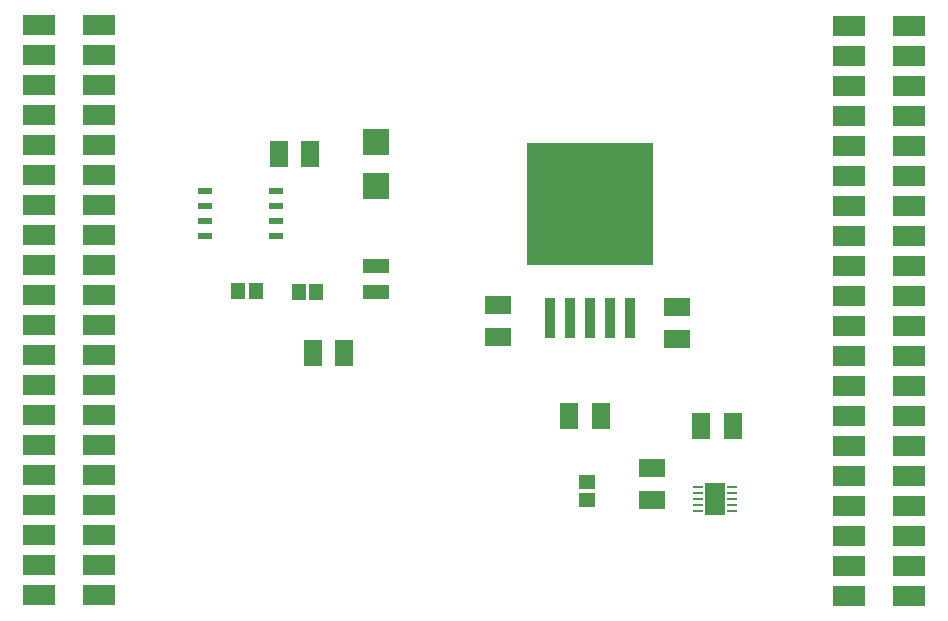
<source format=gbp>
G04*
G04 #@! TF.GenerationSoftware,Altium Limited,Altium Designer,22.2.1 (43)*
G04*
G04 Layer_Color=128*
%FSLAX25Y25*%
%MOIN*%
G70*
G04*
G04 #@! TF.SameCoordinates,2BD9F523-0FC0-4ADC-A514-1134C6E00D61*
G04*
G04*
G04 #@! TF.FilePolarity,Positive*
G04*
G01*
G75*
%ADD21R,0.08701X0.08584*%
%ADD24R,0.04600X0.02200*%
%ADD27R,0.03800X0.13800*%
%ADD28R,0.42200X0.40800*%
%ADD30R,0.08700X0.04700*%
%ADD31R,0.03200X0.01000*%
%ADD32R,0.06900X0.10630*%
%ADD33R,0.04756X0.05543*%
%ADD34R,0.11016X0.07000*%
%ADD35R,0.06331X0.08693*%
%ADD36R,0.05543X0.04756*%
%ADD37R,0.08693X0.06331*%
G36*
X254244Y-240456D02*
X260356D01*
Y-244983D01*
X254244D01*
Y-240456D01*
D02*
G37*
G36*
Y-235141D02*
X260356D01*
Y-239668D01*
X254244D01*
Y-235141D01*
D02*
G37*
D21*
X144400Y-135600D02*
D03*
Y-120976D02*
D03*
D24*
X111100Y-137300D02*
D03*
Y-142300D02*
D03*
Y-147300D02*
D03*
Y-152300D02*
D03*
X87300D02*
D03*
Y-147300D02*
D03*
Y-142300D02*
D03*
Y-137300D02*
D03*
D27*
X229086Y-179600D02*
D03*
X222393D02*
D03*
X215700D02*
D03*
X209007D02*
D03*
X202314D02*
D03*
D28*
X215700Y-141600D02*
D03*
D30*
X144400Y-162300D02*
D03*
Y-171000D02*
D03*
D31*
X263100Y-236124D02*
D03*
Y-238093D02*
D03*
Y-240062D02*
D03*
Y-242031D02*
D03*
Y-244000D02*
D03*
X251500D02*
D03*
Y-242031D02*
D03*
Y-240062D02*
D03*
Y-238093D02*
D03*
Y-236124D02*
D03*
D32*
X257300Y-240062D02*
D03*
D33*
X124400Y-171000D02*
D03*
X118494D02*
D03*
X104153Y-170600D02*
D03*
X98247D02*
D03*
D34*
X51882Y-272100D02*
D03*
X32000D02*
D03*
X51882Y-262100D02*
D03*
X32000D02*
D03*
X51882Y-252100D02*
D03*
X32000D02*
D03*
X51882Y-242100D02*
D03*
X32000D02*
D03*
X51882Y-232100D02*
D03*
X32000D02*
D03*
X51882Y-222100D02*
D03*
X32000D02*
D03*
X51882Y-212100D02*
D03*
X32000D02*
D03*
X51882Y-202100D02*
D03*
X32000D02*
D03*
X51882Y-192100D02*
D03*
X32000D02*
D03*
X51882Y-182100D02*
D03*
X32000D02*
D03*
X51882Y-172100D02*
D03*
X32000D02*
D03*
X51882Y-162100D02*
D03*
X32000D02*
D03*
X51882Y-152100D02*
D03*
X32000D02*
D03*
X51882Y-142100D02*
D03*
X32000D02*
D03*
X51882Y-132100D02*
D03*
X32000D02*
D03*
X51882Y-122100D02*
D03*
X32000D02*
D03*
X51882Y-112100D02*
D03*
X32000D02*
D03*
X51882Y-102100D02*
D03*
X32000D02*
D03*
X51882Y-92100D02*
D03*
X32000D02*
D03*
X51882Y-82100D02*
D03*
X32000D02*
D03*
X321882Y-272300D02*
D03*
X302000D02*
D03*
X321882Y-262300D02*
D03*
X302000D02*
D03*
X321882Y-252300D02*
D03*
X302000D02*
D03*
X321882Y-242300D02*
D03*
X302000D02*
D03*
X321882Y-232300D02*
D03*
X302000D02*
D03*
X321882Y-222300D02*
D03*
X302000D02*
D03*
X321882Y-212300D02*
D03*
X302000D02*
D03*
X321882Y-202300D02*
D03*
X302000D02*
D03*
X321882Y-192300D02*
D03*
X302000D02*
D03*
X321882Y-182300D02*
D03*
X302000D02*
D03*
X321882Y-172300D02*
D03*
X302000D02*
D03*
X321882Y-162300D02*
D03*
X302000D02*
D03*
X321882Y-152300D02*
D03*
X302000D02*
D03*
X321882Y-142300D02*
D03*
X302000D02*
D03*
X321882Y-132300D02*
D03*
X302000D02*
D03*
X321882Y-122300D02*
D03*
X302000D02*
D03*
X321882Y-112300D02*
D03*
X302000D02*
D03*
X321882Y-102300D02*
D03*
X302000D02*
D03*
X321882Y-92300D02*
D03*
X302000D02*
D03*
X321882Y-82300D02*
D03*
X302000D02*
D03*
D35*
X133800Y-191400D02*
D03*
X123170D02*
D03*
X263330Y-215700D02*
D03*
X252700D02*
D03*
X208594Y-212300D02*
D03*
X219224D02*
D03*
X122455Y-125101D02*
D03*
X111825D02*
D03*
D36*
X214500Y-234452D02*
D03*
Y-240357D02*
D03*
D37*
X236182Y-240259D02*
D03*
Y-229629D02*
D03*
X184900Y-185915D02*
D03*
Y-175285D02*
D03*
X244700Y-176070D02*
D03*
Y-186700D02*
D03*
M02*

</source>
